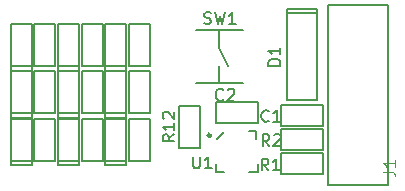
<source format=gto>
G04 #@! TF.FileFunction,Legend,Top*
%FSLAX46Y46*%
G04 Gerber Fmt 4.6, Leading zero omitted, Abs format (unit mm)*
G04 Created by KiCad (PCBNEW 4.0.7) date 03/28/18 22:17:57*
%MOMM*%
%LPD*%
G01*
G04 APERTURE LIST*
%ADD10C,0.100000*%
%ADD11C,0.203200*%
%ADD12C,0.300000*%
%ADD13C,0.150000*%
%ADD14C,0.088900*%
G04 APERTURE END LIST*
D10*
D11*
X151111000Y-94278000D02*
X151111000Y-90722000D01*
X151111000Y-90722000D02*
X152889000Y-90722000D01*
X152889000Y-90722000D02*
X152889000Y-94278000D01*
X152889000Y-94278000D02*
X151111000Y-94278000D01*
X163972000Y-89611000D02*
X167528000Y-89611000D01*
X167528000Y-89611000D02*
X167528000Y-91389000D01*
X167528000Y-91389000D02*
X163972000Y-91389000D01*
X163972000Y-91389000D02*
X163972000Y-89611000D01*
X158472000Y-89361000D02*
X162028000Y-89361000D01*
X162028000Y-89361000D02*
X162028000Y-91139000D01*
X162028000Y-91139000D02*
X158472000Y-91139000D01*
X158472000Y-91139000D02*
X158472000Y-89361000D01*
X164480000Y-81817000D02*
X164480000Y-81436000D01*
X164480000Y-81436000D02*
X167020000Y-81436000D01*
X167020000Y-81436000D02*
X167020000Y-81817000D01*
X164480000Y-89183000D02*
X164480000Y-81817000D01*
X164480000Y-81817000D02*
X167020000Y-81817000D01*
X167020000Y-81817000D02*
X167020000Y-89183000D01*
X167020000Y-89183000D02*
X164480000Y-89183000D01*
X142889000Y-86278000D02*
X142889000Y-86659000D01*
X142889000Y-86659000D02*
X141111000Y-86659000D01*
X141111000Y-86659000D02*
X141111000Y-86278000D01*
X142889000Y-82722000D02*
X142889000Y-86278000D01*
X142889000Y-86278000D02*
X141111000Y-86278000D01*
X141111000Y-86278000D02*
X141111000Y-82722000D01*
X141111000Y-82722000D02*
X142889000Y-82722000D01*
X146889000Y-86278000D02*
X146889000Y-86659000D01*
X146889000Y-86659000D02*
X145111000Y-86659000D01*
X145111000Y-86659000D02*
X145111000Y-86278000D01*
X146889000Y-82722000D02*
X146889000Y-86278000D01*
X146889000Y-86278000D02*
X145111000Y-86278000D01*
X145111000Y-86278000D02*
X145111000Y-82722000D01*
X145111000Y-82722000D02*
X146889000Y-82722000D01*
X150889000Y-86278000D02*
X150889000Y-86659000D01*
X150889000Y-86659000D02*
X149111000Y-86659000D01*
X149111000Y-86659000D02*
X149111000Y-86278000D01*
X150889000Y-82722000D02*
X150889000Y-86278000D01*
X150889000Y-86278000D02*
X149111000Y-86278000D01*
X149111000Y-86278000D02*
X149111000Y-82722000D01*
X149111000Y-82722000D02*
X150889000Y-82722000D01*
X142889000Y-90278000D02*
X142889000Y-90659000D01*
X142889000Y-90659000D02*
X141111000Y-90659000D01*
X141111000Y-90659000D02*
X141111000Y-90278000D01*
X142889000Y-86722000D02*
X142889000Y-90278000D01*
X142889000Y-90278000D02*
X141111000Y-90278000D01*
X141111000Y-90278000D02*
X141111000Y-86722000D01*
X141111000Y-86722000D02*
X142889000Y-86722000D01*
X146889000Y-90278000D02*
X146889000Y-90659000D01*
X146889000Y-90659000D02*
X145111000Y-90659000D01*
X145111000Y-90659000D02*
X145111000Y-90278000D01*
X146889000Y-86722000D02*
X146889000Y-90278000D01*
X146889000Y-90278000D02*
X145111000Y-90278000D01*
X145111000Y-90278000D02*
X145111000Y-86722000D01*
X145111000Y-86722000D02*
X146889000Y-86722000D01*
X150889000Y-90278000D02*
X150889000Y-90659000D01*
X150889000Y-90659000D02*
X149111000Y-90659000D01*
X149111000Y-90659000D02*
X149111000Y-90278000D01*
X150889000Y-86722000D02*
X150889000Y-90278000D01*
X150889000Y-90278000D02*
X149111000Y-90278000D01*
X149111000Y-90278000D02*
X149111000Y-86722000D01*
X149111000Y-86722000D02*
X150889000Y-86722000D01*
X142889000Y-94278000D02*
X142889000Y-94659000D01*
X142889000Y-94659000D02*
X141111000Y-94659000D01*
X141111000Y-94659000D02*
X141111000Y-94278000D01*
X142889000Y-90722000D02*
X142889000Y-94278000D01*
X142889000Y-94278000D02*
X141111000Y-94278000D01*
X141111000Y-94278000D02*
X141111000Y-90722000D01*
X141111000Y-90722000D02*
X142889000Y-90722000D01*
X146889000Y-94278000D02*
X146889000Y-94659000D01*
X146889000Y-94659000D02*
X145111000Y-94659000D01*
X145111000Y-94659000D02*
X145111000Y-94278000D01*
X146889000Y-90722000D02*
X146889000Y-94278000D01*
X146889000Y-94278000D02*
X145111000Y-94278000D01*
X145111000Y-94278000D02*
X145111000Y-90722000D01*
X145111000Y-90722000D02*
X146889000Y-90722000D01*
X150889000Y-94278000D02*
X150889000Y-94659000D01*
X150889000Y-94659000D02*
X149111000Y-94659000D01*
X149111000Y-94659000D02*
X149111000Y-94278000D01*
X150889000Y-90722000D02*
X150889000Y-94278000D01*
X150889000Y-94278000D02*
X149111000Y-94278000D01*
X149111000Y-94278000D02*
X149111000Y-90722000D01*
X149111000Y-90722000D02*
X150889000Y-90722000D01*
X170500000Y-96370000D02*
X167960000Y-96370000D01*
X167960000Y-96370000D02*
X167960000Y-81130000D01*
X167960000Y-81130000D02*
X173040000Y-81130000D01*
X173040000Y-81130000D02*
X173040000Y-96370000D01*
X173040000Y-96370000D02*
X170500000Y-96370000D01*
X167528000Y-95389000D02*
X163972000Y-95389000D01*
X163972000Y-95389000D02*
X163972000Y-93611000D01*
X163972000Y-93611000D02*
X167528000Y-93611000D01*
X167528000Y-93611000D02*
X167528000Y-95389000D01*
X163972000Y-91611000D02*
X167528000Y-91611000D01*
X167528000Y-91611000D02*
X167528000Y-93389000D01*
X167528000Y-93389000D02*
X163972000Y-93389000D01*
X163972000Y-93389000D02*
X163972000Y-91611000D01*
X143111000Y-86278000D02*
X143111000Y-82722000D01*
X143111000Y-82722000D02*
X144889000Y-82722000D01*
X144889000Y-82722000D02*
X144889000Y-86278000D01*
X144889000Y-86278000D02*
X143111000Y-86278000D01*
X147111000Y-86278000D02*
X147111000Y-82722000D01*
X147111000Y-82722000D02*
X148889000Y-82722000D01*
X148889000Y-82722000D02*
X148889000Y-86278000D01*
X148889000Y-86278000D02*
X147111000Y-86278000D01*
X151111000Y-86278000D02*
X151111000Y-82722000D01*
X151111000Y-82722000D02*
X152889000Y-82722000D01*
X152889000Y-82722000D02*
X152889000Y-86278000D01*
X152889000Y-86278000D02*
X151111000Y-86278000D01*
X143111000Y-90278000D02*
X143111000Y-86722000D01*
X143111000Y-86722000D02*
X144889000Y-86722000D01*
X144889000Y-86722000D02*
X144889000Y-90278000D01*
X144889000Y-90278000D02*
X143111000Y-90278000D01*
X147111000Y-90278000D02*
X147111000Y-86722000D01*
X147111000Y-86722000D02*
X148889000Y-86722000D01*
X148889000Y-86722000D02*
X148889000Y-90278000D01*
X148889000Y-90278000D02*
X147111000Y-90278000D01*
X151111000Y-90278000D02*
X151111000Y-86722000D01*
X151111000Y-86722000D02*
X152889000Y-86722000D01*
X152889000Y-86722000D02*
X152889000Y-90278000D01*
X152889000Y-90278000D02*
X151111000Y-90278000D01*
X143111000Y-94278000D02*
X143111000Y-90722000D01*
X143111000Y-90722000D02*
X144889000Y-90722000D01*
X144889000Y-90722000D02*
X144889000Y-94278000D01*
X144889000Y-94278000D02*
X143111000Y-94278000D01*
X147111000Y-94278000D02*
X147111000Y-90722000D01*
X147111000Y-90722000D02*
X148889000Y-90722000D01*
X148889000Y-90722000D02*
X148889000Y-94278000D01*
X148889000Y-94278000D02*
X147111000Y-94278000D01*
D12*
X158000000Y-92150000D02*
G75*
G03X158000000Y-92150000I-100000J0D01*
G01*
D13*
X161900000Y-91750000D02*
X161300000Y-91750000D01*
X161900000Y-92450000D02*
X161900000Y-91750000D01*
X162000000Y-95250000D02*
X162000000Y-94550000D01*
X161300000Y-95250000D02*
X162000000Y-95250000D01*
X158500000Y-95250000D02*
X159200000Y-95250000D01*
X158500000Y-94550000D02*
X158500000Y-95250000D01*
X158600000Y-92450000D02*
X159200000Y-91850000D01*
D11*
X157139000Y-89647000D02*
X157139000Y-93203000D01*
X157139000Y-93203000D02*
X155361000Y-93203000D01*
X155361000Y-93203000D02*
X155361000Y-89647000D01*
X155361000Y-89647000D02*
X157139000Y-89647000D01*
X156750000Y-83250000D02*
X160750000Y-83250000D01*
X158750000Y-86250000D02*
X158750000Y-87750000D01*
X158750000Y-87750000D02*
X156750000Y-87750000D01*
X156750000Y-87750000D02*
X160750000Y-87750000D01*
X158750000Y-84750000D02*
X159500000Y-86250000D01*
X158750000Y-83250000D02*
X158750000Y-84750000D01*
D13*
X162943334Y-90907143D02*
X162895715Y-90954762D01*
X162752858Y-91002381D01*
X162657620Y-91002381D01*
X162514762Y-90954762D01*
X162419524Y-90859524D01*
X162371905Y-90764286D01*
X162324286Y-90573810D01*
X162324286Y-90430952D01*
X162371905Y-90240476D01*
X162419524Y-90145238D01*
X162514762Y-90050000D01*
X162657620Y-90002381D01*
X162752858Y-90002381D01*
X162895715Y-90050000D01*
X162943334Y-90097619D01*
X163895715Y-91002381D02*
X163324286Y-91002381D01*
X163610000Y-91002381D02*
X163610000Y-90002381D01*
X163514762Y-90145238D01*
X163419524Y-90240476D01*
X163324286Y-90288095D01*
X159083334Y-89107143D02*
X159035715Y-89154762D01*
X158892858Y-89202381D01*
X158797620Y-89202381D01*
X158654762Y-89154762D01*
X158559524Y-89059524D01*
X158511905Y-88964286D01*
X158464286Y-88773810D01*
X158464286Y-88630952D01*
X158511905Y-88440476D01*
X158559524Y-88345238D01*
X158654762Y-88250000D01*
X158797620Y-88202381D01*
X158892858Y-88202381D01*
X159035715Y-88250000D01*
X159083334Y-88297619D01*
X159464286Y-88297619D02*
X159511905Y-88250000D01*
X159607143Y-88202381D01*
X159845239Y-88202381D01*
X159940477Y-88250000D01*
X159988096Y-88297619D01*
X160035715Y-88392857D01*
X160035715Y-88488095D01*
X159988096Y-88630952D01*
X159416667Y-89202381D01*
X160035715Y-89202381D01*
X163916381Y-86238095D02*
X162916381Y-86238095D01*
X162916381Y-86000000D01*
X162964000Y-85857142D01*
X163059238Y-85761904D01*
X163154476Y-85714285D01*
X163344952Y-85666666D01*
X163487810Y-85666666D01*
X163678286Y-85714285D01*
X163773524Y-85761904D01*
X163868762Y-85857142D01*
X163916381Y-86000000D01*
X163916381Y-86238095D01*
X163916381Y-84714285D02*
X163916381Y-85285714D01*
X163916381Y-85000000D02*
X162916381Y-85000000D01*
X163059238Y-85095238D01*
X163154476Y-85190476D01*
X163202095Y-85285714D01*
D14*
X172593619Y-95228667D02*
X173319333Y-95228667D01*
X173464476Y-95277047D01*
X173561238Y-95373809D01*
X173609619Y-95518952D01*
X173609619Y-95615714D01*
X173609619Y-94212667D02*
X173609619Y-94793238D01*
X173609619Y-94502952D02*
X172593619Y-94502952D01*
X172738762Y-94599714D01*
X172835524Y-94696476D01*
X172883905Y-94793238D01*
D13*
X162913334Y-95112381D02*
X162580000Y-94636190D01*
X162341905Y-95112381D02*
X162341905Y-94112381D01*
X162722858Y-94112381D01*
X162818096Y-94160000D01*
X162865715Y-94207619D01*
X162913334Y-94302857D01*
X162913334Y-94445714D01*
X162865715Y-94540952D01*
X162818096Y-94588571D01*
X162722858Y-94636190D01*
X162341905Y-94636190D01*
X163865715Y-95112381D02*
X163294286Y-95112381D01*
X163580000Y-95112381D02*
X163580000Y-94112381D01*
X163484762Y-94255238D01*
X163389524Y-94350476D01*
X163294286Y-94398095D01*
X163003334Y-93062381D02*
X162670000Y-92586190D01*
X162431905Y-93062381D02*
X162431905Y-92062381D01*
X162812858Y-92062381D01*
X162908096Y-92110000D01*
X162955715Y-92157619D01*
X163003334Y-92252857D01*
X163003334Y-92395714D01*
X162955715Y-92490952D01*
X162908096Y-92538571D01*
X162812858Y-92586190D01*
X162431905Y-92586190D01*
X163384286Y-92157619D02*
X163431905Y-92110000D01*
X163527143Y-92062381D01*
X163765239Y-92062381D01*
X163860477Y-92110000D01*
X163908096Y-92157619D01*
X163955715Y-92252857D01*
X163955715Y-92348095D01*
X163908096Y-92490952D01*
X163336667Y-93062381D01*
X163955715Y-93062381D01*
X156538095Y-93952381D02*
X156538095Y-94761905D01*
X156585714Y-94857143D01*
X156633333Y-94904762D01*
X156728571Y-94952381D01*
X156919048Y-94952381D01*
X157014286Y-94904762D01*
X157061905Y-94857143D01*
X157109524Y-94761905D01*
X157109524Y-93952381D01*
X158109524Y-94952381D02*
X157538095Y-94952381D01*
X157823809Y-94952381D02*
X157823809Y-93952381D01*
X157728571Y-94095238D01*
X157633333Y-94190476D01*
X157538095Y-94238095D01*
X154952381Y-92067857D02*
X154476190Y-92401191D01*
X154952381Y-92639286D02*
X153952381Y-92639286D01*
X153952381Y-92258333D01*
X154000000Y-92163095D01*
X154047619Y-92115476D01*
X154142857Y-92067857D01*
X154285714Y-92067857D01*
X154380952Y-92115476D01*
X154428571Y-92163095D01*
X154476190Y-92258333D01*
X154476190Y-92639286D01*
X154952381Y-91115476D02*
X154952381Y-91686905D01*
X154952381Y-91401191D02*
X153952381Y-91401191D01*
X154095238Y-91496429D01*
X154190476Y-91591667D01*
X154238095Y-91686905D01*
X154047619Y-90734524D02*
X154000000Y-90686905D01*
X153952381Y-90591667D01*
X153952381Y-90353571D01*
X154000000Y-90258333D01*
X154047619Y-90210714D01*
X154142857Y-90163095D01*
X154238095Y-90163095D01*
X154380952Y-90210714D01*
X154952381Y-90782143D01*
X154952381Y-90163095D01*
X157486667Y-82674762D02*
X157629524Y-82722381D01*
X157867620Y-82722381D01*
X157962858Y-82674762D01*
X158010477Y-82627143D01*
X158058096Y-82531905D01*
X158058096Y-82436667D01*
X158010477Y-82341429D01*
X157962858Y-82293810D01*
X157867620Y-82246190D01*
X157677143Y-82198571D01*
X157581905Y-82150952D01*
X157534286Y-82103333D01*
X157486667Y-82008095D01*
X157486667Y-81912857D01*
X157534286Y-81817619D01*
X157581905Y-81770000D01*
X157677143Y-81722381D01*
X157915239Y-81722381D01*
X158058096Y-81770000D01*
X158391429Y-81722381D02*
X158629524Y-82722381D01*
X158820001Y-82008095D01*
X159010477Y-82722381D01*
X159248572Y-81722381D01*
X160153334Y-82722381D02*
X159581905Y-82722381D01*
X159867619Y-82722381D02*
X159867619Y-81722381D01*
X159772381Y-81865238D01*
X159677143Y-81960476D01*
X159581905Y-82008095D01*
M02*

</source>
